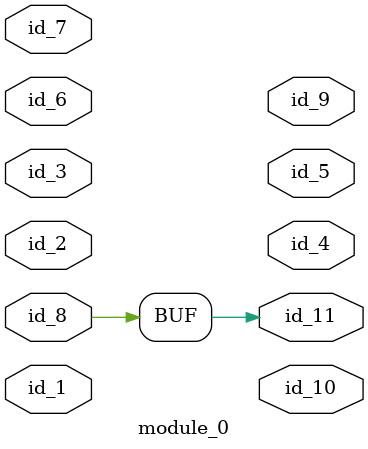
<source format=v>
module module_0 (
    id_1,
    id_2,
    id_3,
    id_4,
    id_5,
    id_6,
    id_7,
    id_8,
    id_9,
    id_10,
    id_11
);
  output id_11;
  output id_10;
  output id_9;
  input id_8;
  inout id_7;
  inout id_6;
  output id_5;
  output id_4;
  inout id_3;
  inout id_2;
  inout id_1;
  assign id_11 = id_8;
endmodule

</source>
